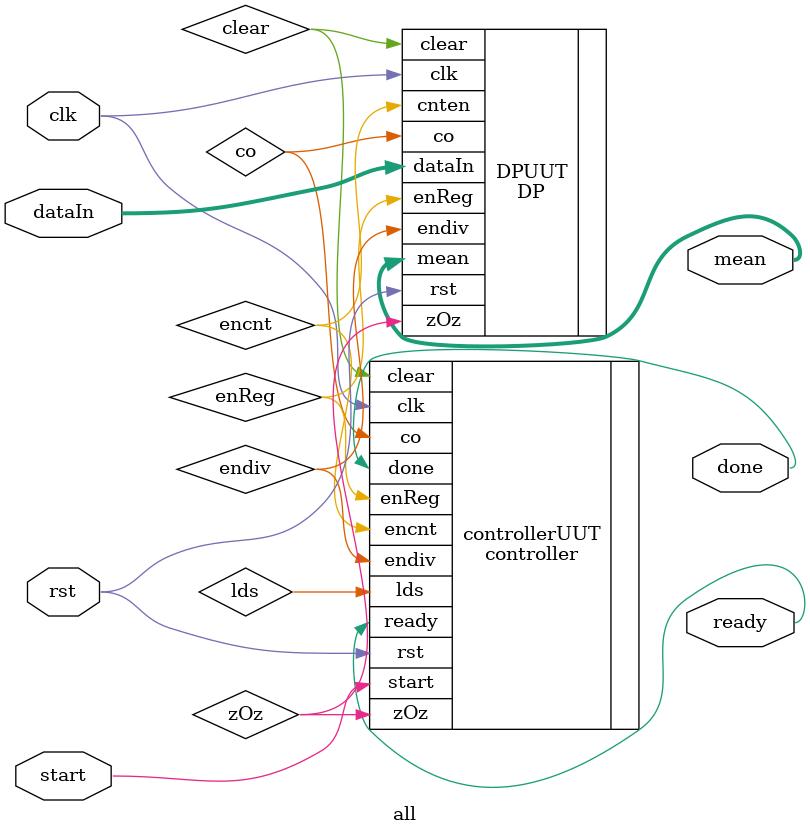
<source format=v>
module all (
    input clk , rst , start ,input [7:0] dataIn ,  output [7:0] mean , output done , ready 
);
    wire enReg , clear , lds , endiv , zO , zOz,co,encnt;
    DP DPUUT( .clk(clk) , .rst(rst),.enReg(enReg) , .cnten(encnt) , .clear(clear) ,  .endiv(endiv) ,.dataIn(dataIn) , .co(co),  .mean(mean) , .zOz(zOz) );
    controller controllerUUT(.clk(clk) , .rst(rst) , .start(start) , .co(co) , .zOz(zOz) ,.done(done) , .ready(ready) , .clear(clear) , .enReg(enReg) , .lds(lds) , .endiv(endiv),.encnt(encnt) );
endmodule
</source>
